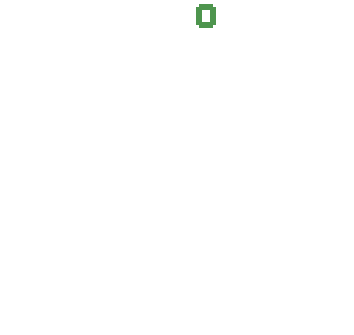
<source format=gbo>
G04 #@! TF.GenerationSoftware,KiCad,Pcbnew,(6.0.5)*
G04 #@! TF.CreationDate,2023-08-18T19:29:43-04:00*
G04 #@! TF.ProjectId,Ki_PCB,4b695f50-4342-42e6-9b69-6361645f7063,rev?*
G04 #@! TF.SameCoordinates,Original*
G04 #@! TF.FileFunction,Legend,Bot*
G04 #@! TF.FilePolarity,Positive*
%FSLAX46Y46*%
G04 Gerber Fmt 4.6, Leading zero omitted, Abs format (unit mm)*
G04 Created by KiCad (PCBNEW (6.0.5)) date 2023-08-18 19:29:43*
%MOMM*%
%LPD*%
G01*
G04 APERTURE LIST*
G04 Aperture macros list*
%AMRoundRect*
0 Rectangle with rounded corners*
0 $1 Rounding radius*
0 $2 $3 $4 $5 $6 $7 $8 $9 X,Y pos of 4 corners*
0 Add a 4 corners polygon primitive as box body*
4,1,4,$2,$3,$4,$5,$6,$7,$8,$9,$2,$3,0*
0 Add four circle primitives for the rounded corners*
1,1,$1+$1,$2,$3*
1,1,$1+$1,$4,$5*
1,1,$1+$1,$6,$7*
1,1,$1+$1,$8,$9*
0 Add four rect primitives between the rounded corners*
20,1,$1+$1,$2,$3,$4,$5,0*
20,1,$1+$1,$4,$5,$6,$7,0*
20,1,$1+$1,$6,$7,$8,$9,0*
20,1,$1+$1,$8,$9,$2,$3,0*%
G04 Aperture macros list end*
%ADD10C,1.500000*%
%ADD11RoundRect,0.250000X0.600000X0.750000X-0.600000X0.750000X-0.600000X-0.750000X0.600000X-0.750000X0*%
%ADD12O,1.700000X2.000000*%
%ADD13O,2.030000X1.730000*%
%ADD14R,2.030000X1.730000*%
%ADD15C,1.100000*%
%ADD16R,1.800000X1.800000*%
%ADD17C,1.800000*%
%ADD18C,1.000000*%
%ADD19C,2.250000*%
%ADD20R,1.600000X2.400000*%
%ADD21O,1.600000X2.400000*%
%ADD22RoundRect,0.250000X0.725000X-0.600000X0.725000X0.600000X-0.725000X0.600000X-0.725000X-0.600000X0*%
%ADD23O,1.950000X1.700000*%
%ADD24O,3.700000X2.700000*%
%ADD25RoundRect,0.250001X-1.599999X1.099999X-1.599999X-1.099999X1.599999X-1.099999X1.599999X1.099999X0*%
%ADD26C,3.000000*%
%ADD27R,1.600000X1.600000*%
%ADD28C,1.600000*%
%ADD29RoundRect,0.250001X1.599999X-1.099999X1.599999X1.099999X-1.599999X1.099999X-1.599999X-1.099999X0*%
%ADD30RoundRect,0.250000X0.600000X0.725000X-0.600000X0.725000X-0.600000X-0.725000X0.600000X-0.725000X0*%
%ADD31O,1.700000X1.950000*%
G04 APERTURE END LIST*
D10*
X120345851Y-134613336D03*
X93284851Y-109047987D03*
%LPC*%
D11*
X109286851Y-109001987D03*
D12*
X106786851Y-109001987D03*
D10*
X115295851Y-134613336D03*
X117795851Y-137113336D03*
X120345851Y-134613336D03*
D13*
X133716851Y-107269987D03*
X133716851Y-104729987D03*
X133716851Y-102189987D03*
D14*
X133716851Y-99649987D03*
D15*
X135876851Y-104729987D03*
D16*
X74996851Y-127848987D03*
D17*
X74996851Y-125308987D03*
D18*
X79080851Y-120343487D03*
X91740851Y-120343487D03*
D19*
X80410851Y-139843487D03*
X85410851Y-139843487D03*
X90410851Y-139843487D03*
D20*
X93294851Y-102712987D03*
D21*
X95834851Y-102712987D03*
X98374851Y-102712987D03*
X100914851Y-102712987D03*
X100914851Y-95092987D03*
X98374851Y-95092987D03*
X95834851Y-95092987D03*
X93294851Y-95092987D03*
D16*
X76774851Y-91013987D03*
D17*
X74234851Y-91013987D03*
D22*
X133116851Y-94529987D03*
D23*
X133116851Y-91989987D03*
X133116851Y-89449987D03*
D10*
X98364851Y-109047987D03*
X95824851Y-106507987D03*
X93284851Y-109047987D03*
D24*
X121956851Y-82829987D03*
D25*
X127456851Y-82829987D03*
D26*
X134756851Y-82829987D03*
D27*
X124780851Y-103207638D03*
D28*
X124780851Y-99707638D03*
D24*
X87581851Y-83139987D03*
D29*
X82081851Y-83139987D03*
D26*
X74781851Y-83139987D03*
D30*
X109226851Y-83125987D03*
D31*
X106726851Y-83125987D03*
X104226851Y-83125987D03*
X101726851Y-83125987D03*
M02*

</source>
